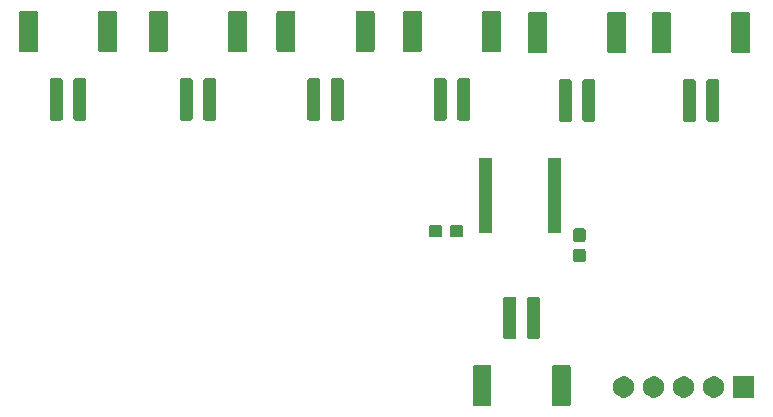
<source format=gts>
G04 #@! TF.GenerationSoftware,KiCad,Pcbnew,(5.1.5-0)*
G04 #@! TF.CreationDate,2022-06-07T15:44:26-06:00*
G04 #@! TF.ProjectId,low_power_heater,6c6f775f-706f-4776-9572-5f6865617465,rev?*
G04 #@! TF.SameCoordinates,Original*
G04 #@! TF.FileFunction,Soldermask,Top*
G04 #@! TF.FilePolarity,Negative*
%FSLAX46Y46*%
G04 Gerber Fmt 4.6, Leading zero omitted, Abs format (unit mm)*
G04 Created by KiCad (PCBNEW (5.1.5-0)) date 2022-06-07 15:44:26*
%MOMM*%
%LPD*%
G04 APERTURE LIST*
%ADD10C,0.100000*%
G04 APERTURE END LIST*
D10*
G36*
X118403048Y-99353122D02*
G01*
X118437387Y-99363539D01*
X118469036Y-99380456D01*
X118496778Y-99403222D01*
X118519544Y-99430964D01*
X118536461Y-99462613D01*
X118546878Y-99496952D01*
X118551000Y-99538807D01*
X118551000Y-102661193D01*
X118546878Y-102703048D01*
X118536461Y-102737387D01*
X118519544Y-102769036D01*
X118496778Y-102796778D01*
X118469036Y-102819544D01*
X118437387Y-102836461D01*
X118403048Y-102846878D01*
X118361193Y-102851000D01*
X117138807Y-102851000D01*
X117096952Y-102846878D01*
X117062613Y-102836461D01*
X117030964Y-102819544D01*
X117003222Y-102796778D01*
X116980456Y-102769036D01*
X116963539Y-102737387D01*
X116953122Y-102703048D01*
X116949000Y-102661193D01*
X116949000Y-99538807D01*
X116953122Y-99496952D01*
X116963539Y-99462613D01*
X116980456Y-99430964D01*
X117003222Y-99403222D01*
X117030964Y-99380456D01*
X117062613Y-99363539D01*
X117096952Y-99353122D01*
X117138807Y-99349000D01*
X118361193Y-99349000D01*
X118403048Y-99353122D01*
G37*
G36*
X111703048Y-99353122D02*
G01*
X111737387Y-99363539D01*
X111769036Y-99380456D01*
X111796778Y-99403222D01*
X111819544Y-99430964D01*
X111836461Y-99462613D01*
X111846878Y-99496952D01*
X111851000Y-99538807D01*
X111851000Y-102661193D01*
X111846878Y-102703048D01*
X111836461Y-102737387D01*
X111819544Y-102769036D01*
X111796778Y-102796778D01*
X111769036Y-102819544D01*
X111737387Y-102836461D01*
X111703048Y-102846878D01*
X111661193Y-102851000D01*
X110438807Y-102851000D01*
X110396952Y-102846878D01*
X110362613Y-102836461D01*
X110330964Y-102819544D01*
X110303222Y-102796778D01*
X110280456Y-102769036D01*
X110263539Y-102737387D01*
X110253122Y-102703048D01*
X110249000Y-102661193D01*
X110249000Y-99538807D01*
X110253122Y-99496952D01*
X110263539Y-99462613D01*
X110280456Y-99430964D01*
X110303222Y-99403222D01*
X110330964Y-99380456D01*
X110362613Y-99363539D01*
X110396952Y-99353122D01*
X110438807Y-99349000D01*
X111661193Y-99349000D01*
X111703048Y-99353122D01*
G37*
G36*
X128233512Y-100303927D02*
G01*
X128382812Y-100333624D01*
X128546784Y-100401544D01*
X128694354Y-100500147D01*
X128819853Y-100625646D01*
X128918456Y-100773216D01*
X128986376Y-100937188D01*
X129021000Y-101111259D01*
X129021000Y-101288741D01*
X128986376Y-101462812D01*
X128918456Y-101626784D01*
X128819853Y-101774354D01*
X128694354Y-101899853D01*
X128546784Y-101998456D01*
X128382812Y-102066376D01*
X128233512Y-102096073D01*
X128208742Y-102101000D01*
X128031258Y-102101000D01*
X128006488Y-102096073D01*
X127857188Y-102066376D01*
X127693216Y-101998456D01*
X127545646Y-101899853D01*
X127420147Y-101774354D01*
X127321544Y-101626784D01*
X127253624Y-101462812D01*
X127219000Y-101288741D01*
X127219000Y-101111259D01*
X127253624Y-100937188D01*
X127321544Y-100773216D01*
X127420147Y-100625646D01*
X127545646Y-100500147D01*
X127693216Y-100401544D01*
X127857188Y-100333624D01*
X128006488Y-100303927D01*
X128031258Y-100299000D01*
X128208742Y-100299000D01*
X128233512Y-100303927D01*
G37*
G36*
X125693512Y-100303927D02*
G01*
X125842812Y-100333624D01*
X126006784Y-100401544D01*
X126154354Y-100500147D01*
X126279853Y-100625646D01*
X126378456Y-100773216D01*
X126446376Y-100937188D01*
X126481000Y-101111259D01*
X126481000Y-101288741D01*
X126446376Y-101462812D01*
X126378456Y-101626784D01*
X126279853Y-101774354D01*
X126154354Y-101899853D01*
X126006784Y-101998456D01*
X125842812Y-102066376D01*
X125693512Y-102096073D01*
X125668742Y-102101000D01*
X125491258Y-102101000D01*
X125466488Y-102096073D01*
X125317188Y-102066376D01*
X125153216Y-101998456D01*
X125005646Y-101899853D01*
X124880147Y-101774354D01*
X124781544Y-101626784D01*
X124713624Y-101462812D01*
X124679000Y-101288741D01*
X124679000Y-101111259D01*
X124713624Y-100937188D01*
X124781544Y-100773216D01*
X124880147Y-100625646D01*
X125005646Y-100500147D01*
X125153216Y-100401544D01*
X125317188Y-100333624D01*
X125466488Y-100303927D01*
X125491258Y-100299000D01*
X125668742Y-100299000D01*
X125693512Y-100303927D01*
G37*
G36*
X123153512Y-100303927D02*
G01*
X123302812Y-100333624D01*
X123466784Y-100401544D01*
X123614354Y-100500147D01*
X123739853Y-100625646D01*
X123838456Y-100773216D01*
X123906376Y-100937188D01*
X123941000Y-101111259D01*
X123941000Y-101288741D01*
X123906376Y-101462812D01*
X123838456Y-101626784D01*
X123739853Y-101774354D01*
X123614354Y-101899853D01*
X123466784Y-101998456D01*
X123302812Y-102066376D01*
X123153512Y-102096073D01*
X123128742Y-102101000D01*
X122951258Y-102101000D01*
X122926488Y-102096073D01*
X122777188Y-102066376D01*
X122613216Y-101998456D01*
X122465646Y-101899853D01*
X122340147Y-101774354D01*
X122241544Y-101626784D01*
X122173624Y-101462812D01*
X122139000Y-101288741D01*
X122139000Y-101111259D01*
X122173624Y-100937188D01*
X122241544Y-100773216D01*
X122340147Y-100625646D01*
X122465646Y-100500147D01*
X122613216Y-100401544D01*
X122777188Y-100333624D01*
X122926488Y-100303927D01*
X122951258Y-100299000D01*
X123128742Y-100299000D01*
X123153512Y-100303927D01*
G37*
G36*
X134101000Y-102101000D02*
G01*
X132299000Y-102101000D01*
X132299000Y-100299000D01*
X134101000Y-100299000D01*
X134101000Y-102101000D01*
G37*
G36*
X130773512Y-100303927D02*
G01*
X130922812Y-100333624D01*
X131086784Y-100401544D01*
X131234354Y-100500147D01*
X131359853Y-100625646D01*
X131458456Y-100773216D01*
X131526376Y-100937188D01*
X131561000Y-101111259D01*
X131561000Y-101288741D01*
X131526376Y-101462812D01*
X131458456Y-101626784D01*
X131359853Y-101774354D01*
X131234354Y-101899853D01*
X131086784Y-101998456D01*
X130922812Y-102066376D01*
X130773512Y-102096073D01*
X130748742Y-102101000D01*
X130571258Y-102101000D01*
X130546488Y-102096073D01*
X130397188Y-102066376D01*
X130233216Y-101998456D01*
X130085646Y-101899853D01*
X129960147Y-101774354D01*
X129861544Y-101626784D01*
X129793624Y-101462812D01*
X129759000Y-101288741D01*
X129759000Y-101111259D01*
X129793624Y-100937188D01*
X129861544Y-100773216D01*
X129960147Y-100625646D01*
X130085646Y-100500147D01*
X130233216Y-100401544D01*
X130397188Y-100333624D01*
X130546488Y-100303927D01*
X130571258Y-100299000D01*
X130748742Y-100299000D01*
X130773512Y-100303927D01*
G37*
G36*
X113779434Y-93553686D02*
G01*
X113819284Y-93565774D01*
X113855999Y-93585399D01*
X113888186Y-93611814D01*
X113914601Y-93644001D01*
X113934226Y-93680716D01*
X113946314Y-93720566D01*
X113951000Y-93768141D01*
X113951000Y-96931859D01*
X113946314Y-96979434D01*
X113934226Y-97019284D01*
X113914601Y-97055999D01*
X113888186Y-97088186D01*
X113855999Y-97114601D01*
X113819284Y-97134226D01*
X113779434Y-97146314D01*
X113731859Y-97151000D01*
X113068141Y-97151000D01*
X113020566Y-97146314D01*
X112980716Y-97134226D01*
X112944001Y-97114601D01*
X112911814Y-97088186D01*
X112885399Y-97055999D01*
X112865774Y-97019284D01*
X112853686Y-96979434D01*
X112849000Y-96931859D01*
X112849000Y-93768141D01*
X112853686Y-93720566D01*
X112865774Y-93680716D01*
X112885399Y-93644001D01*
X112911814Y-93611814D01*
X112944001Y-93585399D01*
X112980716Y-93565774D01*
X113020566Y-93553686D01*
X113068141Y-93549000D01*
X113731859Y-93549000D01*
X113779434Y-93553686D01*
G37*
G36*
X115779434Y-93553686D02*
G01*
X115819284Y-93565774D01*
X115855999Y-93585399D01*
X115888186Y-93611814D01*
X115914601Y-93644001D01*
X115934226Y-93680716D01*
X115946314Y-93720566D01*
X115951000Y-93768141D01*
X115951000Y-96931859D01*
X115946314Y-96979434D01*
X115934226Y-97019284D01*
X115914601Y-97055999D01*
X115888186Y-97088186D01*
X115855999Y-97114601D01*
X115819284Y-97134226D01*
X115779434Y-97146314D01*
X115731859Y-97151000D01*
X115068141Y-97151000D01*
X115020566Y-97146314D01*
X114980716Y-97134226D01*
X114944001Y-97114601D01*
X114911814Y-97088186D01*
X114885399Y-97055999D01*
X114865774Y-97019284D01*
X114853686Y-96979434D01*
X114849000Y-96931859D01*
X114849000Y-93768141D01*
X114853686Y-93720566D01*
X114865774Y-93680716D01*
X114885399Y-93644001D01*
X114911814Y-93611814D01*
X114944001Y-93585399D01*
X114980716Y-93565774D01*
X115020566Y-93553686D01*
X115068141Y-93549000D01*
X115731859Y-93549000D01*
X115779434Y-93553686D01*
G37*
G36*
X119664499Y-89503445D02*
G01*
X119701995Y-89514820D01*
X119736554Y-89533292D01*
X119766847Y-89558153D01*
X119791708Y-89588446D01*
X119810180Y-89623005D01*
X119821555Y-89660501D01*
X119826000Y-89705638D01*
X119826000Y-90444362D01*
X119821555Y-90489499D01*
X119810180Y-90526995D01*
X119791708Y-90561554D01*
X119766847Y-90591847D01*
X119736554Y-90616708D01*
X119701995Y-90635180D01*
X119664499Y-90646555D01*
X119619362Y-90651000D01*
X118980638Y-90651000D01*
X118935501Y-90646555D01*
X118898005Y-90635180D01*
X118863446Y-90616708D01*
X118833153Y-90591847D01*
X118808292Y-90561554D01*
X118789820Y-90526995D01*
X118778445Y-90489499D01*
X118774000Y-90444362D01*
X118774000Y-89705638D01*
X118778445Y-89660501D01*
X118789820Y-89623005D01*
X118808292Y-89588446D01*
X118833153Y-89558153D01*
X118863446Y-89533292D01*
X118898005Y-89514820D01*
X118935501Y-89503445D01*
X118980638Y-89499000D01*
X119619362Y-89499000D01*
X119664499Y-89503445D01*
G37*
G36*
X119664499Y-87753445D02*
G01*
X119701995Y-87764820D01*
X119736554Y-87783292D01*
X119766847Y-87808153D01*
X119791708Y-87838446D01*
X119810180Y-87873005D01*
X119821555Y-87910501D01*
X119826000Y-87955638D01*
X119826000Y-88694362D01*
X119821555Y-88739499D01*
X119810180Y-88776995D01*
X119791708Y-88811554D01*
X119766847Y-88841847D01*
X119736554Y-88866708D01*
X119701995Y-88885180D01*
X119664499Y-88896555D01*
X119619362Y-88901000D01*
X118980638Y-88901000D01*
X118935501Y-88896555D01*
X118898005Y-88885180D01*
X118863446Y-88866708D01*
X118833153Y-88841847D01*
X118808292Y-88811554D01*
X118789820Y-88776995D01*
X118778445Y-88739499D01*
X118774000Y-88694362D01*
X118774000Y-87955638D01*
X118778445Y-87910501D01*
X118789820Y-87873005D01*
X118808292Y-87838446D01*
X118833153Y-87808153D01*
X118863446Y-87783292D01*
X118898005Y-87764820D01*
X118935501Y-87753445D01*
X118980638Y-87749000D01*
X119619362Y-87749000D01*
X119664499Y-87753445D01*
G37*
G36*
X109289499Y-87478445D02*
G01*
X109326995Y-87489820D01*
X109361554Y-87508292D01*
X109391847Y-87533153D01*
X109416708Y-87563446D01*
X109435180Y-87598005D01*
X109446555Y-87635501D01*
X109451000Y-87680638D01*
X109451000Y-88319362D01*
X109446555Y-88364499D01*
X109435180Y-88401995D01*
X109416708Y-88436554D01*
X109391847Y-88466847D01*
X109361554Y-88491708D01*
X109326995Y-88510180D01*
X109289499Y-88521555D01*
X109244362Y-88526000D01*
X108505638Y-88526000D01*
X108460501Y-88521555D01*
X108423005Y-88510180D01*
X108388446Y-88491708D01*
X108358153Y-88466847D01*
X108333292Y-88436554D01*
X108314820Y-88401995D01*
X108303445Y-88364499D01*
X108299000Y-88319362D01*
X108299000Y-87680638D01*
X108303445Y-87635501D01*
X108314820Y-87598005D01*
X108333292Y-87563446D01*
X108358153Y-87533153D01*
X108388446Y-87508292D01*
X108423005Y-87489820D01*
X108460501Y-87478445D01*
X108505638Y-87474000D01*
X109244362Y-87474000D01*
X109289499Y-87478445D01*
G37*
G36*
X107539499Y-87478445D02*
G01*
X107576995Y-87489820D01*
X107611554Y-87508292D01*
X107641847Y-87533153D01*
X107666708Y-87563446D01*
X107685180Y-87598005D01*
X107696555Y-87635501D01*
X107701000Y-87680638D01*
X107701000Y-88319362D01*
X107696555Y-88364499D01*
X107685180Y-88401995D01*
X107666708Y-88436554D01*
X107641847Y-88466847D01*
X107611554Y-88491708D01*
X107576995Y-88510180D01*
X107539499Y-88521555D01*
X107494362Y-88526000D01*
X106755638Y-88526000D01*
X106710501Y-88521555D01*
X106673005Y-88510180D01*
X106638446Y-88491708D01*
X106608153Y-88466847D01*
X106583292Y-88436554D01*
X106564820Y-88401995D01*
X106553445Y-88364499D01*
X106549000Y-88319362D01*
X106549000Y-87680638D01*
X106553445Y-87635501D01*
X106564820Y-87598005D01*
X106583292Y-87563446D01*
X106608153Y-87533153D01*
X106638446Y-87508292D01*
X106673005Y-87489820D01*
X106710501Y-87478445D01*
X106755638Y-87474000D01*
X107494362Y-87474000D01*
X107539499Y-87478445D01*
G37*
G36*
X111901000Y-88196000D02*
G01*
X110799000Y-88196000D01*
X110799000Y-81844000D01*
X111901000Y-81844000D01*
X111901000Y-88196000D01*
G37*
G36*
X117701000Y-88196000D02*
G01*
X116599000Y-88196000D01*
X116599000Y-81844000D01*
X117701000Y-81844000D01*
X117701000Y-88196000D01*
G37*
G36*
X118479434Y-75153686D02*
G01*
X118519284Y-75165774D01*
X118555999Y-75185399D01*
X118588186Y-75211814D01*
X118614601Y-75244001D01*
X118634226Y-75280716D01*
X118646314Y-75320566D01*
X118651000Y-75368141D01*
X118651000Y-78531859D01*
X118646314Y-78579434D01*
X118634226Y-78619284D01*
X118614601Y-78655999D01*
X118588186Y-78688186D01*
X118555999Y-78714601D01*
X118519284Y-78734226D01*
X118479434Y-78746314D01*
X118431859Y-78751000D01*
X117768141Y-78751000D01*
X117720566Y-78746314D01*
X117680716Y-78734226D01*
X117644001Y-78714601D01*
X117611814Y-78688186D01*
X117585399Y-78655999D01*
X117565774Y-78619284D01*
X117553686Y-78579434D01*
X117549000Y-78531859D01*
X117549000Y-75368141D01*
X117553686Y-75320566D01*
X117565774Y-75280716D01*
X117585399Y-75244001D01*
X117611814Y-75211814D01*
X117644001Y-75185399D01*
X117680716Y-75165774D01*
X117720566Y-75153686D01*
X117768141Y-75149000D01*
X118431859Y-75149000D01*
X118479434Y-75153686D01*
G37*
G36*
X130979434Y-75153686D02*
G01*
X131019284Y-75165774D01*
X131055999Y-75185399D01*
X131088186Y-75211814D01*
X131114601Y-75244001D01*
X131134226Y-75280716D01*
X131146314Y-75320566D01*
X131151000Y-75368141D01*
X131151000Y-78531859D01*
X131146314Y-78579434D01*
X131134226Y-78619284D01*
X131114601Y-78655999D01*
X131088186Y-78688186D01*
X131055999Y-78714601D01*
X131019284Y-78734226D01*
X130979434Y-78746314D01*
X130931859Y-78751000D01*
X130268141Y-78751000D01*
X130220566Y-78746314D01*
X130180716Y-78734226D01*
X130144001Y-78714601D01*
X130111814Y-78688186D01*
X130085399Y-78655999D01*
X130065774Y-78619284D01*
X130053686Y-78579434D01*
X130049000Y-78531859D01*
X130049000Y-75368141D01*
X130053686Y-75320566D01*
X130065774Y-75280716D01*
X130085399Y-75244001D01*
X130111814Y-75211814D01*
X130144001Y-75185399D01*
X130180716Y-75165774D01*
X130220566Y-75153686D01*
X130268141Y-75149000D01*
X130931859Y-75149000D01*
X130979434Y-75153686D01*
G37*
G36*
X128979434Y-75153686D02*
G01*
X129019284Y-75165774D01*
X129055999Y-75185399D01*
X129088186Y-75211814D01*
X129114601Y-75244001D01*
X129134226Y-75280716D01*
X129146314Y-75320566D01*
X129151000Y-75368141D01*
X129151000Y-78531859D01*
X129146314Y-78579434D01*
X129134226Y-78619284D01*
X129114601Y-78655999D01*
X129088186Y-78688186D01*
X129055999Y-78714601D01*
X129019284Y-78734226D01*
X128979434Y-78746314D01*
X128931859Y-78751000D01*
X128268141Y-78751000D01*
X128220566Y-78746314D01*
X128180716Y-78734226D01*
X128144001Y-78714601D01*
X128111814Y-78688186D01*
X128085399Y-78655999D01*
X128065774Y-78619284D01*
X128053686Y-78579434D01*
X128049000Y-78531859D01*
X128049000Y-75368141D01*
X128053686Y-75320566D01*
X128065774Y-75280716D01*
X128085399Y-75244001D01*
X128111814Y-75211814D01*
X128144001Y-75185399D01*
X128180716Y-75165774D01*
X128220566Y-75153686D01*
X128268141Y-75149000D01*
X128931859Y-75149000D01*
X128979434Y-75153686D01*
G37*
G36*
X120479434Y-75153686D02*
G01*
X120519284Y-75165774D01*
X120555999Y-75185399D01*
X120588186Y-75211814D01*
X120614601Y-75244001D01*
X120634226Y-75280716D01*
X120646314Y-75320566D01*
X120651000Y-75368141D01*
X120651000Y-78531859D01*
X120646314Y-78579434D01*
X120634226Y-78619284D01*
X120614601Y-78655999D01*
X120588186Y-78688186D01*
X120555999Y-78714601D01*
X120519284Y-78734226D01*
X120479434Y-78746314D01*
X120431859Y-78751000D01*
X119768141Y-78751000D01*
X119720566Y-78746314D01*
X119680716Y-78734226D01*
X119644001Y-78714601D01*
X119611814Y-78688186D01*
X119585399Y-78655999D01*
X119565774Y-78619284D01*
X119553686Y-78579434D01*
X119549000Y-78531859D01*
X119549000Y-75368141D01*
X119553686Y-75320566D01*
X119565774Y-75280716D01*
X119585399Y-75244001D01*
X119611814Y-75211814D01*
X119644001Y-75185399D01*
X119680716Y-75165774D01*
X119720566Y-75153686D01*
X119768141Y-75149000D01*
X120431859Y-75149000D01*
X120479434Y-75153686D01*
G37*
G36*
X75379434Y-75053686D02*
G01*
X75419284Y-75065774D01*
X75455999Y-75085399D01*
X75488186Y-75111814D01*
X75514601Y-75144001D01*
X75534226Y-75180716D01*
X75546314Y-75220566D01*
X75551000Y-75268141D01*
X75551000Y-78431859D01*
X75546314Y-78479434D01*
X75534226Y-78519284D01*
X75514601Y-78555999D01*
X75488186Y-78588186D01*
X75455999Y-78614601D01*
X75419284Y-78634226D01*
X75379434Y-78646314D01*
X75331859Y-78651000D01*
X74668141Y-78651000D01*
X74620566Y-78646314D01*
X74580716Y-78634226D01*
X74544001Y-78614601D01*
X74511814Y-78588186D01*
X74485399Y-78555999D01*
X74465774Y-78519284D01*
X74453686Y-78479434D01*
X74449000Y-78431859D01*
X74449000Y-75268141D01*
X74453686Y-75220566D01*
X74465774Y-75180716D01*
X74485399Y-75144001D01*
X74511814Y-75111814D01*
X74544001Y-75085399D01*
X74580716Y-75065774D01*
X74620566Y-75053686D01*
X74668141Y-75049000D01*
X75331859Y-75049000D01*
X75379434Y-75053686D01*
G37*
G36*
X97179434Y-75053686D02*
G01*
X97219284Y-75065774D01*
X97255999Y-75085399D01*
X97288186Y-75111814D01*
X97314601Y-75144001D01*
X97334226Y-75180716D01*
X97346314Y-75220566D01*
X97351000Y-75268141D01*
X97351000Y-78431859D01*
X97346314Y-78479434D01*
X97334226Y-78519284D01*
X97314601Y-78555999D01*
X97288186Y-78588186D01*
X97255999Y-78614601D01*
X97219284Y-78634226D01*
X97179434Y-78646314D01*
X97131859Y-78651000D01*
X96468141Y-78651000D01*
X96420566Y-78646314D01*
X96380716Y-78634226D01*
X96344001Y-78614601D01*
X96311814Y-78588186D01*
X96285399Y-78555999D01*
X96265774Y-78519284D01*
X96253686Y-78479434D01*
X96249000Y-78431859D01*
X96249000Y-75268141D01*
X96253686Y-75220566D01*
X96265774Y-75180716D01*
X96285399Y-75144001D01*
X96311814Y-75111814D01*
X96344001Y-75085399D01*
X96380716Y-75065774D01*
X96420566Y-75053686D01*
X96468141Y-75049000D01*
X97131859Y-75049000D01*
X97179434Y-75053686D01*
G37*
G36*
X107879434Y-75053686D02*
G01*
X107919284Y-75065774D01*
X107955999Y-75085399D01*
X107988186Y-75111814D01*
X108014601Y-75144001D01*
X108034226Y-75180716D01*
X108046314Y-75220566D01*
X108051000Y-75268141D01*
X108051000Y-78431859D01*
X108046314Y-78479434D01*
X108034226Y-78519284D01*
X108014601Y-78555999D01*
X107988186Y-78588186D01*
X107955999Y-78614601D01*
X107919284Y-78634226D01*
X107879434Y-78646314D01*
X107831859Y-78651000D01*
X107168141Y-78651000D01*
X107120566Y-78646314D01*
X107080716Y-78634226D01*
X107044001Y-78614601D01*
X107011814Y-78588186D01*
X106985399Y-78555999D01*
X106965774Y-78519284D01*
X106953686Y-78479434D01*
X106949000Y-78431859D01*
X106949000Y-75268141D01*
X106953686Y-75220566D01*
X106965774Y-75180716D01*
X106985399Y-75144001D01*
X107011814Y-75111814D01*
X107044001Y-75085399D01*
X107080716Y-75065774D01*
X107120566Y-75053686D01*
X107168141Y-75049000D01*
X107831859Y-75049000D01*
X107879434Y-75053686D01*
G37*
G36*
X109879434Y-75053686D02*
G01*
X109919284Y-75065774D01*
X109955999Y-75085399D01*
X109988186Y-75111814D01*
X110014601Y-75144001D01*
X110034226Y-75180716D01*
X110046314Y-75220566D01*
X110051000Y-75268141D01*
X110051000Y-78431859D01*
X110046314Y-78479434D01*
X110034226Y-78519284D01*
X110014601Y-78555999D01*
X109988186Y-78588186D01*
X109955999Y-78614601D01*
X109919284Y-78634226D01*
X109879434Y-78646314D01*
X109831859Y-78651000D01*
X109168141Y-78651000D01*
X109120566Y-78646314D01*
X109080716Y-78634226D01*
X109044001Y-78614601D01*
X109011814Y-78588186D01*
X108985399Y-78555999D01*
X108965774Y-78519284D01*
X108953686Y-78479434D01*
X108949000Y-78431859D01*
X108949000Y-75268141D01*
X108953686Y-75220566D01*
X108965774Y-75180716D01*
X108985399Y-75144001D01*
X109011814Y-75111814D01*
X109044001Y-75085399D01*
X109080716Y-75065774D01*
X109120566Y-75053686D01*
X109168141Y-75049000D01*
X109831859Y-75049000D01*
X109879434Y-75053686D01*
G37*
G36*
X88379434Y-75053686D02*
G01*
X88419284Y-75065774D01*
X88455999Y-75085399D01*
X88488186Y-75111814D01*
X88514601Y-75144001D01*
X88534226Y-75180716D01*
X88546314Y-75220566D01*
X88551000Y-75268141D01*
X88551000Y-78431859D01*
X88546314Y-78479434D01*
X88534226Y-78519284D01*
X88514601Y-78555999D01*
X88488186Y-78588186D01*
X88455999Y-78614601D01*
X88419284Y-78634226D01*
X88379434Y-78646314D01*
X88331859Y-78651000D01*
X87668141Y-78651000D01*
X87620566Y-78646314D01*
X87580716Y-78634226D01*
X87544001Y-78614601D01*
X87511814Y-78588186D01*
X87485399Y-78555999D01*
X87465774Y-78519284D01*
X87453686Y-78479434D01*
X87449000Y-78431859D01*
X87449000Y-75268141D01*
X87453686Y-75220566D01*
X87465774Y-75180716D01*
X87485399Y-75144001D01*
X87511814Y-75111814D01*
X87544001Y-75085399D01*
X87580716Y-75065774D01*
X87620566Y-75053686D01*
X87668141Y-75049000D01*
X88331859Y-75049000D01*
X88379434Y-75053686D01*
G37*
G36*
X99179434Y-75053686D02*
G01*
X99219284Y-75065774D01*
X99255999Y-75085399D01*
X99288186Y-75111814D01*
X99314601Y-75144001D01*
X99334226Y-75180716D01*
X99346314Y-75220566D01*
X99351000Y-75268141D01*
X99351000Y-78431859D01*
X99346314Y-78479434D01*
X99334226Y-78519284D01*
X99314601Y-78555999D01*
X99288186Y-78588186D01*
X99255999Y-78614601D01*
X99219284Y-78634226D01*
X99179434Y-78646314D01*
X99131859Y-78651000D01*
X98468141Y-78651000D01*
X98420566Y-78646314D01*
X98380716Y-78634226D01*
X98344001Y-78614601D01*
X98311814Y-78588186D01*
X98285399Y-78555999D01*
X98265774Y-78519284D01*
X98253686Y-78479434D01*
X98249000Y-78431859D01*
X98249000Y-75268141D01*
X98253686Y-75220566D01*
X98265774Y-75180716D01*
X98285399Y-75144001D01*
X98311814Y-75111814D01*
X98344001Y-75085399D01*
X98380716Y-75065774D01*
X98420566Y-75053686D01*
X98468141Y-75049000D01*
X99131859Y-75049000D01*
X99179434Y-75053686D01*
G37*
G36*
X77379434Y-75053686D02*
G01*
X77419284Y-75065774D01*
X77455999Y-75085399D01*
X77488186Y-75111814D01*
X77514601Y-75144001D01*
X77534226Y-75180716D01*
X77546314Y-75220566D01*
X77551000Y-75268141D01*
X77551000Y-78431859D01*
X77546314Y-78479434D01*
X77534226Y-78519284D01*
X77514601Y-78555999D01*
X77488186Y-78588186D01*
X77455999Y-78614601D01*
X77419284Y-78634226D01*
X77379434Y-78646314D01*
X77331859Y-78651000D01*
X76668141Y-78651000D01*
X76620566Y-78646314D01*
X76580716Y-78634226D01*
X76544001Y-78614601D01*
X76511814Y-78588186D01*
X76485399Y-78555999D01*
X76465774Y-78519284D01*
X76453686Y-78479434D01*
X76449000Y-78431859D01*
X76449000Y-75268141D01*
X76453686Y-75220566D01*
X76465774Y-75180716D01*
X76485399Y-75144001D01*
X76511814Y-75111814D01*
X76544001Y-75085399D01*
X76580716Y-75065774D01*
X76620566Y-75053686D01*
X76668141Y-75049000D01*
X77331859Y-75049000D01*
X77379434Y-75053686D01*
G37*
G36*
X86379434Y-75053686D02*
G01*
X86419284Y-75065774D01*
X86455999Y-75085399D01*
X86488186Y-75111814D01*
X86514601Y-75144001D01*
X86534226Y-75180716D01*
X86546314Y-75220566D01*
X86551000Y-75268141D01*
X86551000Y-78431859D01*
X86546314Y-78479434D01*
X86534226Y-78519284D01*
X86514601Y-78555999D01*
X86488186Y-78588186D01*
X86455999Y-78614601D01*
X86419284Y-78634226D01*
X86379434Y-78646314D01*
X86331859Y-78651000D01*
X85668141Y-78651000D01*
X85620566Y-78646314D01*
X85580716Y-78634226D01*
X85544001Y-78614601D01*
X85511814Y-78588186D01*
X85485399Y-78555999D01*
X85465774Y-78519284D01*
X85453686Y-78479434D01*
X85449000Y-78431859D01*
X85449000Y-75268141D01*
X85453686Y-75220566D01*
X85465774Y-75180716D01*
X85485399Y-75144001D01*
X85511814Y-75111814D01*
X85544001Y-75085399D01*
X85580716Y-75065774D01*
X85620566Y-75053686D01*
X85668141Y-75049000D01*
X86331859Y-75049000D01*
X86379434Y-75053686D01*
G37*
G36*
X133603048Y-69453122D02*
G01*
X133637387Y-69463539D01*
X133669036Y-69480456D01*
X133696778Y-69503222D01*
X133719544Y-69530964D01*
X133736461Y-69562613D01*
X133746878Y-69596952D01*
X133751000Y-69638807D01*
X133751000Y-72761193D01*
X133746878Y-72803048D01*
X133736461Y-72837387D01*
X133719544Y-72869036D01*
X133696778Y-72896778D01*
X133669036Y-72919544D01*
X133637387Y-72936461D01*
X133603048Y-72946878D01*
X133561193Y-72951000D01*
X132338807Y-72951000D01*
X132296952Y-72946878D01*
X132262613Y-72936461D01*
X132230964Y-72919544D01*
X132203222Y-72896778D01*
X132180456Y-72869036D01*
X132163539Y-72837387D01*
X132153122Y-72803048D01*
X132149000Y-72761193D01*
X132149000Y-69638807D01*
X132153122Y-69596952D01*
X132163539Y-69562613D01*
X132180456Y-69530964D01*
X132203222Y-69503222D01*
X132230964Y-69480456D01*
X132262613Y-69463539D01*
X132296952Y-69453122D01*
X132338807Y-69449000D01*
X133561193Y-69449000D01*
X133603048Y-69453122D01*
G37*
G36*
X126903048Y-69453122D02*
G01*
X126937387Y-69463539D01*
X126969036Y-69480456D01*
X126996778Y-69503222D01*
X127019544Y-69530964D01*
X127036461Y-69562613D01*
X127046878Y-69596952D01*
X127051000Y-69638807D01*
X127051000Y-72761193D01*
X127046878Y-72803048D01*
X127036461Y-72837387D01*
X127019544Y-72869036D01*
X126996778Y-72896778D01*
X126969036Y-72919544D01*
X126937387Y-72936461D01*
X126903048Y-72946878D01*
X126861193Y-72951000D01*
X125638807Y-72951000D01*
X125596952Y-72946878D01*
X125562613Y-72936461D01*
X125530964Y-72919544D01*
X125503222Y-72896778D01*
X125480456Y-72869036D01*
X125463539Y-72837387D01*
X125453122Y-72803048D01*
X125449000Y-72761193D01*
X125449000Y-69638807D01*
X125453122Y-69596952D01*
X125463539Y-69562613D01*
X125480456Y-69530964D01*
X125503222Y-69503222D01*
X125530964Y-69480456D01*
X125562613Y-69463539D01*
X125596952Y-69453122D01*
X125638807Y-69449000D01*
X126861193Y-69449000D01*
X126903048Y-69453122D01*
G37*
G36*
X116403048Y-69453122D02*
G01*
X116437387Y-69463539D01*
X116469036Y-69480456D01*
X116496778Y-69503222D01*
X116519544Y-69530964D01*
X116536461Y-69562613D01*
X116546878Y-69596952D01*
X116551000Y-69638807D01*
X116551000Y-72761193D01*
X116546878Y-72803048D01*
X116536461Y-72837387D01*
X116519544Y-72869036D01*
X116496778Y-72896778D01*
X116469036Y-72919544D01*
X116437387Y-72936461D01*
X116403048Y-72946878D01*
X116361193Y-72951000D01*
X115138807Y-72951000D01*
X115096952Y-72946878D01*
X115062613Y-72936461D01*
X115030964Y-72919544D01*
X115003222Y-72896778D01*
X114980456Y-72869036D01*
X114963539Y-72837387D01*
X114953122Y-72803048D01*
X114949000Y-72761193D01*
X114949000Y-69638807D01*
X114953122Y-69596952D01*
X114963539Y-69562613D01*
X114980456Y-69530964D01*
X115003222Y-69503222D01*
X115030964Y-69480456D01*
X115062613Y-69463539D01*
X115096952Y-69453122D01*
X115138807Y-69449000D01*
X116361193Y-69449000D01*
X116403048Y-69453122D01*
G37*
G36*
X123103048Y-69453122D02*
G01*
X123137387Y-69463539D01*
X123169036Y-69480456D01*
X123196778Y-69503222D01*
X123219544Y-69530964D01*
X123236461Y-69562613D01*
X123246878Y-69596952D01*
X123251000Y-69638807D01*
X123251000Y-72761193D01*
X123246878Y-72803048D01*
X123236461Y-72837387D01*
X123219544Y-72869036D01*
X123196778Y-72896778D01*
X123169036Y-72919544D01*
X123137387Y-72936461D01*
X123103048Y-72946878D01*
X123061193Y-72951000D01*
X121838807Y-72951000D01*
X121796952Y-72946878D01*
X121762613Y-72936461D01*
X121730964Y-72919544D01*
X121703222Y-72896778D01*
X121680456Y-72869036D01*
X121663539Y-72837387D01*
X121653122Y-72803048D01*
X121649000Y-72761193D01*
X121649000Y-69638807D01*
X121653122Y-69596952D01*
X121663539Y-69562613D01*
X121680456Y-69530964D01*
X121703222Y-69503222D01*
X121730964Y-69480456D01*
X121762613Y-69463539D01*
X121796952Y-69453122D01*
X121838807Y-69449000D01*
X123061193Y-69449000D01*
X123103048Y-69453122D01*
G37*
G36*
X112503048Y-69353122D02*
G01*
X112537387Y-69363539D01*
X112569036Y-69380456D01*
X112596778Y-69403222D01*
X112619544Y-69430964D01*
X112636461Y-69462613D01*
X112646878Y-69496952D01*
X112651000Y-69538807D01*
X112651000Y-72661193D01*
X112646878Y-72703048D01*
X112636461Y-72737387D01*
X112619544Y-72769036D01*
X112596778Y-72796778D01*
X112569036Y-72819544D01*
X112537387Y-72836461D01*
X112503048Y-72846878D01*
X112461193Y-72851000D01*
X111238807Y-72851000D01*
X111196952Y-72846878D01*
X111162613Y-72836461D01*
X111130964Y-72819544D01*
X111103222Y-72796778D01*
X111080456Y-72769036D01*
X111063539Y-72737387D01*
X111053122Y-72703048D01*
X111049000Y-72661193D01*
X111049000Y-69538807D01*
X111053122Y-69496952D01*
X111063539Y-69462613D01*
X111080456Y-69430964D01*
X111103222Y-69403222D01*
X111130964Y-69380456D01*
X111162613Y-69363539D01*
X111196952Y-69353122D01*
X111238807Y-69349000D01*
X112461193Y-69349000D01*
X112503048Y-69353122D01*
G37*
G36*
X105803048Y-69353122D02*
G01*
X105837387Y-69363539D01*
X105869036Y-69380456D01*
X105896778Y-69403222D01*
X105919544Y-69430964D01*
X105936461Y-69462613D01*
X105946878Y-69496952D01*
X105951000Y-69538807D01*
X105951000Y-72661193D01*
X105946878Y-72703048D01*
X105936461Y-72737387D01*
X105919544Y-72769036D01*
X105896778Y-72796778D01*
X105869036Y-72819544D01*
X105837387Y-72836461D01*
X105803048Y-72846878D01*
X105761193Y-72851000D01*
X104538807Y-72851000D01*
X104496952Y-72846878D01*
X104462613Y-72836461D01*
X104430964Y-72819544D01*
X104403222Y-72796778D01*
X104380456Y-72769036D01*
X104363539Y-72737387D01*
X104353122Y-72703048D01*
X104349000Y-72661193D01*
X104349000Y-69538807D01*
X104353122Y-69496952D01*
X104363539Y-69462613D01*
X104380456Y-69430964D01*
X104403222Y-69403222D01*
X104430964Y-69380456D01*
X104462613Y-69363539D01*
X104496952Y-69353122D01*
X104538807Y-69349000D01*
X105761193Y-69349000D01*
X105803048Y-69353122D01*
G37*
G36*
X101803048Y-69353122D02*
G01*
X101837387Y-69363539D01*
X101869036Y-69380456D01*
X101896778Y-69403222D01*
X101919544Y-69430964D01*
X101936461Y-69462613D01*
X101946878Y-69496952D01*
X101951000Y-69538807D01*
X101951000Y-72661193D01*
X101946878Y-72703048D01*
X101936461Y-72737387D01*
X101919544Y-72769036D01*
X101896778Y-72796778D01*
X101869036Y-72819544D01*
X101837387Y-72836461D01*
X101803048Y-72846878D01*
X101761193Y-72851000D01*
X100538807Y-72851000D01*
X100496952Y-72846878D01*
X100462613Y-72836461D01*
X100430964Y-72819544D01*
X100403222Y-72796778D01*
X100380456Y-72769036D01*
X100363539Y-72737387D01*
X100353122Y-72703048D01*
X100349000Y-72661193D01*
X100349000Y-69538807D01*
X100353122Y-69496952D01*
X100363539Y-69462613D01*
X100380456Y-69430964D01*
X100403222Y-69403222D01*
X100430964Y-69380456D01*
X100462613Y-69363539D01*
X100496952Y-69353122D01*
X100538807Y-69349000D01*
X101761193Y-69349000D01*
X101803048Y-69353122D01*
G37*
G36*
X95103048Y-69353122D02*
G01*
X95137387Y-69363539D01*
X95169036Y-69380456D01*
X95196778Y-69403222D01*
X95219544Y-69430964D01*
X95236461Y-69462613D01*
X95246878Y-69496952D01*
X95251000Y-69538807D01*
X95251000Y-72661193D01*
X95246878Y-72703048D01*
X95236461Y-72737387D01*
X95219544Y-72769036D01*
X95196778Y-72796778D01*
X95169036Y-72819544D01*
X95137387Y-72836461D01*
X95103048Y-72846878D01*
X95061193Y-72851000D01*
X93838807Y-72851000D01*
X93796952Y-72846878D01*
X93762613Y-72836461D01*
X93730964Y-72819544D01*
X93703222Y-72796778D01*
X93680456Y-72769036D01*
X93663539Y-72737387D01*
X93653122Y-72703048D01*
X93649000Y-72661193D01*
X93649000Y-69538807D01*
X93653122Y-69496952D01*
X93663539Y-69462613D01*
X93680456Y-69430964D01*
X93703222Y-69403222D01*
X93730964Y-69380456D01*
X93762613Y-69363539D01*
X93796952Y-69353122D01*
X93838807Y-69349000D01*
X95061193Y-69349000D01*
X95103048Y-69353122D01*
G37*
G36*
X91003048Y-69353122D02*
G01*
X91037387Y-69363539D01*
X91069036Y-69380456D01*
X91096778Y-69403222D01*
X91119544Y-69430964D01*
X91136461Y-69462613D01*
X91146878Y-69496952D01*
X91151000Y-69538807D01*
X91151000Y-72661193D01*
X91146878Y-72703048D01*
X91136461Y-72737387D01*
X91119544Y-72769036D01*
X91096778Y-72796778D01*
X91069036Y-72819544D01*
X91037387Y-72836461D01*
X91003048Y-72846878D01*
X90961193Y-72851000D01*
X89738807Y-72851000D01*
X89696952Y-72846878D01*
X89662613Y-72836461D01*
X89630964Y-72819544D01*
X89603222Y-72796778D01*
X89580456Y-72769036D01*
X89563539Y-72737387D01*
X89553122Y-72703048D01*
X89549000Y-72661193D01*
X89549000Y-69538807D01*
X89553122Y-69496952D01*
X89563539Y-69462613D01*
X89580456Y-69430964D01*
X89603222Y-69403222D01*
X89630964Y-69380456D01*
X89662613Y-69363539D01*
X89696952Y-69353122D01*
X89738807Y-69349000D01*
X90961193Y-69349000D01*
X91003048Y-69353122D01*
G37*
G36*
X84303048Y-69353122D02*
G01*
X84337387Y-69363539D01*
X84369036Y-69380456D01*
X84396778Y-69403222D01*
X84419544Y-69430964D01*
X84436461Y-69462613D01*
X84446878Y-69496952D01*
X84451000Y-69538807D01*
X84451000Y-72661193D01*
X84446878Y-72703048D01*
X84436461Y-72737387D01*
X84419544Y-72769036D01*
X84396778Y-72796778D01*
X84369036Y-72819544D01*
X84337387Y-72836461D01*
X84303048Y-72846878D01*
X84261193Y-72851000D01*
X83038807Y-72851000D01*
X82996952Y-72846878D01*
X82962613Y-72836461D01*
X82930964Y-72819544D01*
X82903222Y-72796778D01*
X82880456Y-72769036D01*
X82863539Y-72737387D01*
X82853122Y-72703048D01*
X82849000Y-72661193D01*
X82849000Y-69538807D01*
X82853122Y-69496952D01*
X82863539Y-69462613D01*
X82880456Y-69430964D01*
X82903222Y-69403222D01*
X82930964Y-69380456D01*
X82962613Y-69363539D01*
X82996952Y-69353122D01*
X83038807Y-69349000D01*
X84261193Y-69349000D01*
X84303048Y-69353122D01*
G37*
G36*
X80003048Y-69353122D02*
G01*
X80037387Y-69363539D01*
X80069036Y-69380456D01*
X80096778Y-69403222D01*
X80119544Y-69430964D01*
X80136461Y-69462613D01*
X80146878Y-69496952D01*
X80151000Y-69538807D01*
X80151000Y-72661193D01*
X80146878Y-72703048D01*
X80136461Y-72737387D01*
X80119544Y-72769036D01*
X80096778Y-72796778D01*
X80069036Y-72819544D01*
X80037387Y-72836461D01*
X80003048Y-72846878D01*
X79961193Y-72851000D01*
X78738807Y-72851000D01*
X78696952Y-72846878D01*
X78662613Y-72836461D01*
X78630964Y-72819544D01*
X78603222Y-72796778D01*
X78580456Y-72769036D01*
X78563539Y-72737387D01*
X78553122Y-72703048D01*
X78549000Y-72661193D01*
X78549000Y-69538807D01*
X78553122Y-69496952D01*
X78563539Y-69462613D01*
X78580456Y-69430964D01*
X78603222Y-69403222D01*
X78630964Y-69380456D01*
X78662613Y-69363539D01*
X78696952Y-69353122D01*
X78738807Y-69349000D01*
X79961193Y-69349000D01*
X80003048Y-69353122D01*
G37*
G36*
X73303048Y-69353122D02*
G01*
X73337387Y-69363539D01*
X73369036Y-69380456D01*
X73396778Y-69403222D01*
X73419544Y-69430964D01*
X73436461Y-69462613D01*
X73446878Y-69496952D01*
X73451000Y-69538807D01*
X73451000Y-72661193D01*
X73446878Y-72703048D01*
X73436461Y-72737387D01*
X73419544Y-72769036D01*
X73396778Y-72796778D01*
X73369036Y-72819544D01*
X73337387Y-72836461D01*
X73303048Y-72846878D01*
X73261193Y-72851000D01*
X72038807Y-72851000D01*
X71996952Y-72846878D01*
X71962613Y-72836461D01*
X71930964Y-72819544D01*
X71903222Y-72796778D01*
X71880456Y-72769036D01*
X71863539Y-72737387D01*
X71853122Y-72703048D01*
X71849000Y-72661193D01*
X71849000Y-69538807D01*
X71853122Y-69496952D01*
X71863539Y-69462613D01*
X71880456Y-69430964D01*
X71903222Y-69403222D01*
X71930964Y-69380456D01*
X71962613Y-69363539D01*
X71996952Y-69353122D01*
X72038807Y-69349000D01*
X73261193Y-69349000D01*
X73303048Y-69353122D01*
G37*
M02*

</source>
